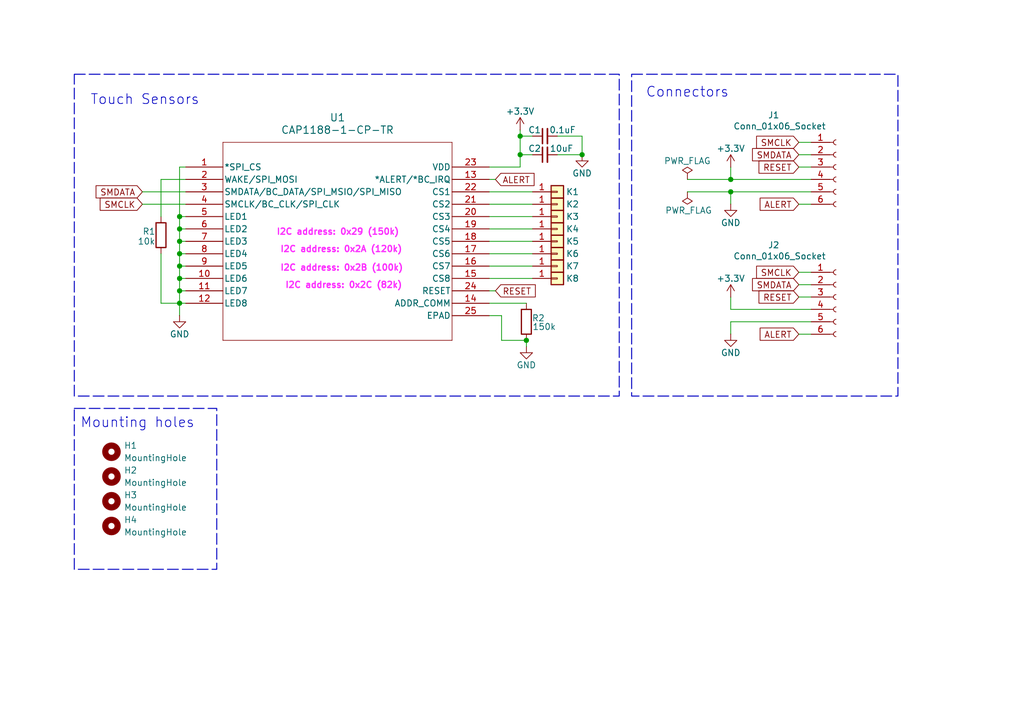
<source format=kicad_sch>
(kicad_sch (version 20231120) (generator "eeschema") (generator_version "8.0")
  (paper "A5")
  (lib_symbols
    (symbol "CAP1188_1_CP_TR:CAP1188-1-CP-TR" (pin_names (offset 0.254))
      (property "Reference" "U" (at 30.734 10.16 0))
      (property "Value" "CAP1188-1-CP-TR" (at 30.734 7.62 0))
      (symbol "CAP1188-1-CP-TR_0_1"
        (polyline (pts (xy 7.62 -35.56) (xy 54.61 -35.56)) (stroke (width 0.127)))
        (polyline (pts (xy 7.62 5.08) (xy 7.62 -35.56)) (stroke (width 0.127)))
        (polyline (pts (xy 54.61 -35.56) (xy 54.61 5.08)) (stroke (width 0.127)))
        (polyline (pts (xy 54.61 5.08) (xy 7.62 5.08)) (stroke (width 0.127)))
        (pin input line (at 0 0 0) (length 7.62) (name "*SPI_CS") (number "1"))
        (pin passive line (at 0 -22.86 0) (length 7.62) (name "LED6") (number "10"))
        (pin passive line (at 0 -25.4 0) (length 7.62) (name "LED7") (number "11"))
        (pin passive line (at 0 -27.94 0) (length 7.62) (name "LED8") (number "12"))
        (pin passive line (at 62.23 -2.54 180) (length 7.62) (name "*ALERT/*BC_IRQ") (number "13"))
        (pin input line (at 62.23 -27.94 180) (length 7.62) (name "ADDR_COMM") (number "14"))
        (pin bidirectional line (at 62.23 -22.86 180) (length 7.62) (name "CS8") (number "15"))
        (pin bidirectional line (at 62.23 -20.32 180) (length 7.62) (name "CS7") (number "16"))
        (pin bidirectional line (at 62.23 -17.78 180) (length 7.62) (name "CS6") (number "17"))
        (pin bidirectional line (at 62.23 -15.24 180) (length 7.62) (name "CS5") (number "18"))
        (pin bidirectional line (at 62.23 -12.7 180) (length 7.62) (name "CS4") (number "19"))
        (pin bidirectional line (at 0 -2.54 0) (length 7.62) (name "WAKE/SPI_MOSI") (number "2"))
        (pin bidirectional line (at 62.23 -10.16 180) (length 7.62) (name "CS3") (number "20"))
        (pin bidirectional line (at 62.23 -7.62 180) (length 7.62) (name "CS2") (number "21"))
        (pin bidirectional line (at 62.23 -5.08 180) (length 7.62) (name "CS1") (number "22"))
        (pin power_in line (at 62.23 0 180) (length 7.62) (name "VDD") (number "23"))
        (pin input line (at 62.23 -25.4 180) (length 7.62) (name "RESET") (number "24"))
        (pin passive line (at 62.23 -30.48 180) (length 7.62) (name "EPAD") (number "25"))
        (pin bidirectional line (at 0 -5.08 0) (length 7.62) (name "SMDATA/BC_DATA/SPI_MSIO/SPI_MISO") (number "3"))
        (pin input line (at 0 -7.62 0) (length 7.62) (name "SMCLK/BC_CLK/SPI_CLK") (number "4"))
        (pin passive line (at 0 -10.16 0) (length 7.62) (name "LED1") (number "5"))
        (pin passive line (at 0 -12.7 0) (length 7.62) (name "LED2") (number "6"))
        (pin passive line (at 0 -15.24 0) (length 7.62) (name "LED3") (number "7"))
        (pin passive line (at 0 -17.78 0) (length 7.62) (name "LED4") (number "8"))
        (pin passive line (at 0 -20.32 0) (length 7.62) (name "LED5") (number "9"))
      )
    )
    (symbol "Connector:Conn_01x06_Socket" (pin_names (offset 1.016) hide)
      (property "Reference" "J" (at 0 7.62 0))
      (property "Value" "Conn_01x06_Socket" (at 0 -10.16 0))
      (symbol "Conn_01x06_Socket_1_1"
        (arc (start 0 -7.112) (mid -0.5058 -7.62) (end 0 -8.128) (stroke (width 0.1524)))
        (arc (start 0 -4.572) (mid -0.5058 -5.08) (end 0 -5.588) (stroke (width 0.1524)))
        (arc (start 0 -2.032) (mid -0.5058 -2.54) (end 0 -3.048) (stroke (width 0.1524)))
        (polyline (pts (xy -1.27 -7.62) (xy -0.508 -7.62)) (stroke (width 0.1524)))
        (polyline (pts (xy -1.27 -5.08) (xy -0.508 -5.08)) (stroke (width 0.1524)))
        (polyline (pts (xy -1.27 -2.54) (xy -0.508 -2.54)) (stroke (width 0.1524)))
        (polyline (pts (xy -1.27 0) (xy -0.508 0)) (stroke (width 0.1524)))
        (polyline (pts (xy -1.27 2.54) (xy -0.508 2.54)) (stroke (width 0.1524)))
        (polyline (pts (xy -1.27 5.08) (xy -0.508 5.08)) (stroke (width 0.1524)))
        (arc (start 0 0.508) (mid -0.5058 0) (end 0 -0.508) (stroke (width 0.1524)))
        (arc (start 0 3.048) (mid -0.5058 2.54) (end 0 2.032) (stroke (width 0.1524)))
        (arc (start 0 5.588) (mid -0.5058 5.08) (end 0 4.572) (stroke (width 0.1524)))
        (pin passive line (at -5.08 5.08 0) (length 3.81) (name "Pin_1") (number "1"))
        (pin passive line (at -5.08 2.54 0) (length 3.81) (name "Pin_2") (number "2"))
        (pin passive line (at -5.08 0 0) (length 3.81) (name "Pin_3") (number "3"))
        (pin passive line (at -5.08 -2.54 0) (length 3.81) (name "Pin_4") (number "4"))
        (pin passive line (at -5.08 -5.08 0) (length 3.81) (name "Pin_5") (number "5"))
        (pin passive line (at -5.08 -7.62 0) (length 3.81) (name "Pin_6") (number "6"))
      )
    )
    (symbol "Connector_Generic:Conn_01x01" (pin_names (offset 1.016) hide)
      (property "Reference" "J" (at 0 2.54 0))
      (property "Value" "Conn_01x01" (at 0 -2.54 0))
      (symbol "Conn_01x01_1_1"
        (rectangle (start -1.27 0.127) (end 0 -0.127) (stroke (width 0.1524)))
        (rectangle (start -1.27 1.27) (end 1.27 -1.27) (stroke (width 0.254)) (fill (type background)))
        (pin passive line (at -5.08 0 0) (length 3.81) (name "Pin_1") (number "1"))
      )
    )
    (symbol "Device:C_Small" (pin_numbers hide) (pin_names (offset 0.254) hide)
      (property "Reference" "C" (at 0.254 1.778 0))
      (property "Value" "C_Small" (at 0.254 -2.032 0))
      (symbol "C_Small_0_1"
        (polyline (pts (xy -1.524 -0.508) (xy 1.524 -0.508)) (stroke (width 0.3302)))
        (polyline (pts (xy -1.524 0.508) (xy 1.524 0.508)) (stroke (width 0.3048)))
      )
      (symbol "C_Small_1_1"
        (pin passive line (at 0 2.54 270) (length 2.032) (name "~") (number "1"))
        (pin passive line (at 0 -2.54 90) (length 2.032) (name "~") (number "2"))
      )
    )
    (symbol "Device:R" (pin_numbers hide) (pin_names (offset 0))
      (property "Reference" "R" (at 2.032 0 90))
      (property "Value" "R" (at 0 0 90))
      (symbol "R_0_1"
        (rectangle (start -1.016 -2.54) (end 1.016 2.54) (stroke (width 0.254)))
      )
      (symbol "R_1_1"
        (pin passive line (at 0 3.81 270) (length 1.27) (name "~") (number "1"))
        (pin passive line (at 0 -3.81 90) (length 1.27) (name "~") (number "2"))
      )
    )
    (symbol "Mechanical:MountingHole" (pin_names (offset 1.016)) (exclude_from_sim yes) (in_bom no)
      (property "Reference" "H" (at 0 5.08 0))
      (property "Value" "MountingHole" (at 0 3.175 0))
      (symbol "MountingHole_0_1"
        (circle (center 0 0) (radius 1.27) (stroke (width 1.27)))
      )
    )
    (symbol "power:+3.3V" (power) (pin_numbers hide) (pin_names (offset 0) hide)
      (property "Value" "+3.3V" (at 0 3.556 0))
      (symbol "+3.3V_0_1"
        (polyline (pts (xy -0.762 1.27) (xy 0 2.54)))
        (polyline (pts (xy 0 0) (xy 0 2.54)))
        (polyline (pts (xy 0 2.54) (xy 0.762 1.27)))
      )
      (symbol "+3.3V_1_1"
        (pin power_in line (at 0 0 90) (length 0) (name "~") (number "1"))
      )
    )
    (symbol "power:GND" (power) (pin_numbers hide) (pin_names (offset 0) hide)
      (property "Value" "GND" (at 0 -3.81 0))
      (symbol "GND_0_1"
        (polyline (pts (xy 0 0) (xy 0 -1.27) (xy 1.27 -1.27) (xy 0 -2.54) (xy -1.27 -1.27) (xy 0 -1.27)))
      )
      (symbol "GND_1_1"
        (pin power_in line (at 0 0 270) (length 0) (name "~") (number "1"))
      )
    )
    (symbol "power:PWR_FLAG" (power) (pin_numbers hide) (pin_names (offset 0) hide)
      (property "Value" "PWR_FLAG" (at 0 3.81 0))
      (symbol "PWR_FLAG_0_0"
        (pin power_out line (at 0 0 90) (length 0) (name "~") (number "1"))
      )
      (symbol "PWR_FLAG_0_1"
        (polyline (pts (xy 0 0) (xy 0 1.27) (xy -1.016 1.905) (xy 0 2.54) (xy 1.016 1.905) (xy 0 1.27)))
      )
    )
  )
  (junction (at 36.83 44.45))
  (junction (at 106.68 31.75))
  (junction (at 149.86 39.37))
  (junction (at 36.83 57.15))
  (junction (at 107.95 69.85))
  (junction (at 36.83 49.53))
  (junction (at 36.83 46.99))
  (junction (at 119.38 31.75))
  (junction (at 36.83 54.61))
  (junction (at 36.83 59.69))
  (junction (at 149.86 36.83))
  (junction (at 36.83 52.07))
  (junction (at 36.83 62.23))
  (junction (at 106.68 27.94))
  (wire (pts (xy 100.33 46.99) (xy 109.22 46.99)))
  (wire (pts (xy 36.83 49.53) (xy 36.83 46.99)))
  (wire (pts (xy 36.83 46.99) (xy 38.1 46.99)))
  (wire (pts (xy 106.68 31.75) (xy 106.68 34.29)))
  (wire (pts (xy 106.68 27.94) (xy 106.68 31.75)))
  (wire (pts (xy 33.02 36.83) (xy 33.02 44.45)))
  (wire (pts (xy 100.33 49.53) (xy 109.22 49.53)))
  (wire (pts (xy 100.33 64.77) (xy 102.87 64.77)))
  (wire (pts (xy 149.86 36.83) (xy 166.37 36.83)))
  (wire (pts (xy 36.83 49.53) (xy 38.1 49.53)))
  (wire (pts (xy 106.68 31.75) (xy 109.22 31.75)))
  (wire (pts (xy 36.83 57.15) (xy 36.83 54.61)))
  (wire (pts (xy 149.86 41.91) (xy 149.86 39.37)))
  (wire (pts (xy 36.83 34.29) (xy 38.1 34.29)))
  (wire (pts (xy 106.68 26.67) (xy 106.68 27.94)))
  (wire (pts (xy 149.86 66.04) (xy 166.37 66.04)))
  (wire (pts (xy 36.83 62.23) (xy 38.1 62.23)))
  (wire (pts (xy 101.6 36.83) (xy 100.33 36.83)))
  (wire (pts (xy 149.86 34.29) (xy 149.86 36.83)))
  (wire (pts (xy 149.86 63.5) (xy 166.37 63.5)))
  (wire (pts (xy 114.3 31.75) (xy 119.38 31.75)))
  (wire (pts (xy 163.83 58.42) (xy 166.37 58.42)))
  (wire (pts (xy 29.21 39.37) (xy 38.1 39.37)))
  (wire (pts (xy 163.83 55.88) (xy 166.37 55.88)))
  (wire (pts (xy 149.86 39.37) (xy 166.37 39.37)))
  (wire (pts (xy 163.83 60.96) (xy 166.37 60.96)))
  (wire (pts (xy 107.95 71.12) (xy 107.95 69.85)))
  (wire (pts (xy 163.83 29.21) (xy 166.37 29.21)))
  (wire (pts (xy 33.02 52.07) (xy 33.02 62.23)))
  (wire (pts (xy 36.83 34.29) (xy 36.83 44.45)))
  (wire (pts (xy 102.87 69.85) (xy 107.95 69.85)))
  (wire (pts (xy 163.83 41.91) (xy 166.37 41.91)))
  (wire (pts (xy 36.83 57.15) (xy 38.1 57.15)))
  (wire (pts (xy 114.3 27.94) (xy 119.38 27.94)))
  (wire (pts (xy 106.68 27.94) (xy 109.22 27.94)))
  (wire (pts (xy 36.83 54.61) (xy 36.83 52.07)))
  (wire (pts (xy 36.83 59.69) (xy 36.83 57.15)))
  (wire (pts (xy 100.33 54.61) (xy 109.22 54.61)))
  (wire (pts (xy 100.33 44.45) (xy 109.22 44.45)))
  (wire (pts (xy 149.86 68.58) (xy 149.86 66.04)))
  (wire (pts (xy 100.33 62.23) (xy 107.95 62.23)))
  (wire (pts (xy 36.83 52.07) (xy 38.1 52.07)))
  (wire (pts (xy 149.86 60.96) (xy 149.86 63.5)))
  (wire (pts (xy 100.33 41.91) (xy 109.22 41.91)))
  (wire (pts (xy 163.83 31.75) (xy 166.37 31.75)))
  (wire (pts (xy 33.02 62.23) (xy 36.83 62.23)))
  (wire (pts (xy 36.83 46.99) (xy 36.83 44.45)))
  (wire (pts (xy 163.83 68.58) (xy 166.37 68.58)))
  (wire (pts (xy 100.33 39.37) (xy 109.22 39.37)))
  (wire (pts (xy 36.83 62.23) (xy 36.83 59.69)))
  (wire (pts (xy 33.02 36.83) (xy 38.1 36.83)))
  (wire (pts (xy 140.97 36.83) (xy 149.86 36.83)))
  (wire (pts (xy 36.83 52.07) (xy 36.83 49.53)))
  (wire (pts (xy 36.83 59.69) (xy 38.1 59.69)))
  (wire (pts (xy 163.83 34.29) (xy 166.37 34.29)))
  (wire (pts (xy 100.33 52.07) (xy 109.22 52.07)))
  (wire (pts (xy 36.83 64.77) (xy 36.83 62.23)))
  (wire (pts (xy 36.83 44.45) (xy 38.1 44.45)))
  (wire (pts (xy 140.97 39.37) (xy 149.86 39.37)))
  (wire (pts (xy 102.87 64.77) (xy 102.87 69.85)))
  (wire (pts (xy 119.38 27.94) (xy 119.38 31.75)))
  (wire (pts (xy 100.33 34.29) (xy 106.68 34.29)))
  (wire (pts (xy 36.83 54.61) (xy 38.1 54.61)))
  (wire (pts (xy 29.21 41.91) (xy 38.1 41.91)))
  (wire (pts (xy 100.33 57.15) (xy 109.22 57.15)))
  (wire (pts (xy 101.6 59.69) (xy 100.33 59.69)))
  (rectangle (start 129.54 15.24) (end 184.15 81.28) (stroke (width 0.2032) (type dash)))
  (rectangle (start 15.24 15.24) (end 127 81.28) (stroke (width 0.2032) (type dash)))
  (rectangle (start 15.24 83.82) (end 44.45 116.84) (stroke (width 0.2032) (type dash)))
  (text "I2C address: 0x2B (100k)" (at 57.404 55.118 0) (effects (font (size 1.27 1.27) (thickness 0.254) (bold yes)) (justify left)))
  (text "I2C address: 0x29 (150k)" (at 56.642 47.752 0) (effects (font (size 1.27 1.27) (thickness 0.254) (bold yes)) (justify left)))
  (text "Mounting holes" (at 28.194 86.868 0) (effects (font (size 2.032 2.032))))
  (text "Touch Sensors" (at 29.718 20.574 0) (effects (font (size 2.032 2.032))))
  (text "Connectors" (at 140.97 19.05 0) (effects (font (size 2.032 2.032))))
  (text "I2C address: 0x2C (82k)" (at 58.42 58.674 0) (effects (font (size 1.27 1.27) (thickness 0.254) (bold yes)) (justify left)))
  (text "I2C address: 0x2A (120k)" (at 57.404 51.308 0) (effects (font (size 1.27 1.27) (thickness 0.254) (bold yes)) (justify left)))
  (global_label "RESET" (shape input) (at 101.6 59.69 0) (property "Intersheetrefs" "${INTERSHEET_REFS}" (effects (hide yes))))
  (global_label "RESET" (shape input) (at 163.83 60.96 180) (property "Intersheetrefs" "${INTERSHEET_REFS}" (effects (hide yes))))
  (global_label "SMDATA" (shape input) (at 29.21 39.37 180) (property "Intersheetrefs" "${INTERSHEET_REFS}" (effects (hide yes))))
  (global_label "SMDATA" (shape input) (at 163.83 31.75 180) (property "Intersheetrefs" "${INTERSHEET_REFS}" (effects (hide yes))))
  (global_label "RESET" (shape input) (at 163.83 34.29 180) (property "Intersheetrefs" "${INTERSHEET_REFS}" (effects (hide yes))))
  (global_label "ALERT" (shape input) (at 163.83 41.91 180) (property "Intersheetrefs" "${INTERSHEET_REFS}" (effects (hide yes))))
  (global_label "SMDATA" (shape input) (at 163.83 58.42 180) (property "Intersheetrefs" "${INTERSHEET_REFS}" (effects (hide yes))))
  (global_label "SMCLK" (shape input) (at 163.83 29.21 180) (property "Intersheetrefs" "${INTERSHEET_REFS}" (effects (hide yes))))
  (global_label "SMCLK" (shape input) (at 29.21 41.91 180) (property "Intersheetrefs" "${INTERSHEET_REFS}" (effects (hide yes))))
  (global_label "SMCLK" (shape input) (at 163.83 55.88 180) (property "Intersheetrefs" "${INTERSHEET_REFS}" (effects (hide yes))))
  (global_label "ALERT" (shape input) (at 163.83 68.58 180) (property "Intersheetrefs" "${INTERSHEET_REFS}" (effects (hide yes))))
  (global_label "ALERT" (shape input) (at 101.6 36.83 0) (property "Intersheetrefs" "${INTERSHEET_REFS}" (effects (hide yes))))
  (symbol (lib_id "power:+3.3V") (at 106.68 26.67 0) (unit 1)
    (property "Reference" "#PWR02" (effects (hide yes)))
    (property "Value" "+3.3V" (at 106.68 22.86 0))
    (property "Description" "Power symbol creates a global label with name \"+3.3V\"" (effects (hide yes)))
  )
  (symbol (lib_id "Connector_Generic:Conn_01x01") (at 114.3 49.53 0) (unit 1)
    (property "Reference" "K5" (at 116.078 49.53 0) (effects (justify left)))
    (property "Value" "Conn_01x01" (effects (hide yes)))
    (property "Footprint" "TouchKey:TouchKey_Standard" (effects (hide yes)))
    (property "Description" "Generic connector, single row, 01x01, script generated (kicad-library-utils/schlib/autogen/connector/)" (effects (hide yes)))
  )
  (symbol (lib_id "power:GND") (at 149.86 68.58 0) (unit 1)
    (property "Reference" "#PWR08" (effects (hide yes)))
    (property "Value" "GND" (at 149.86 72.39 0))
    (property "Description" "Power symbol creates a global label with name \"GND\" , ground" (effects (hide yes)))
  )
  (symbol (lib_id "Connector:Conn_01x06_Socket") (at 171.45 34.29 0) (unit 1)
    (property "Reference" "J1" (at 157.48 23.622 0) (effects (justify left)))
    (property "Value" "Conn_01x06_Socket" (at 150.368 25.908 0) (effects (justify left)))
    (property "Footprint" "Connector_JST:JST_XH_B6B-XH-A_1x06_P2.50mm_Vertical" (effects (hide yes)))
    (property "Description" "Generic connector, single row, 01x06, script generated" (effects (hide yes)))
  )
  (symbol (lib_id "power:PWR_FLAG") (at 140.97 36.83 0) (unit 1)
    (property "Reference" "#FLG01" (effects (hide yes)))
    (property "Value" "PWR_FLAG" (at 140.97 33.02 0))
    (property "Description" "Special symbol for telling ERC where power comes from" (effects (hide yes)))
  )
  (symbol (lib_id "power:PWR_FLAG") (at 140.97 39.37 180) (unit 1)
    (property "Reference" "#FLG02" (effects (hide yes)))
    (property "Value" "PWR_FLAG" (at 141.224 43.18 0))
    (property "Description" "Special symbol for telling ERC where power comes from" (effects (hide yes)))
  )
  (symbol (lib_id "power:GND") (at 149.86 41.91 0) (unit 1)
    (property "Reference" "#PWR06" (effects (hide yes)))
    (property "Value" "GND" (at 149.86 45.72 0))
    (property "Description" "Power symbol creates a global label with name \"GND\" , ground" (effects (hide yes)))
  )
  (symbol (lib_id "Mechanical:MountingHole") (at 22.86 92.71 0) (unit 1) (exclude_from_sim yes) (in_bom no)
    (property "Reference" "H1" (at 25.4 91.4399 0) (effects (justify left)))
    (property "Value" "MountingHole" (at 25.4 93.9799 0) (effects (justify left)))
    (property "Footprint" "MountingHole:MountingHole_3.2mm_M3" (effects (hide yes)))
    (property "Description" "Mounting Hole without connection" (effects (hide yes)))
  )
  (symbol (lib_id "power:+3.3V") (at 149.86 60.96 0) (unit 1)
    (property "Reference" "#PWR07" (effects (hide yes)))
    (property "Value" "+3.3V" (at 149.86 57.15 0))
    (property "Description" "Power symbol creates a global label with name \"+3.3V\"" (effects (hide yes)))
  )
  (symbol (lib_id "Mechanical:MountingHole") (at 22.86 97.79 0) (unit 1) (exclude_from_sim yes) (in_bom no)
    (property "Reference" "H2" (at 25.4 96.5199 0) (effects (justify left)))
    (property "Value" "MountingHole" (at 25.4 99.0599 0) (effects (justify left)))
    (property "Footprint" "MountingHole:MountingHole_3.2mm_M3" (effects (hide yes)))
    (property "Description" "Mounting Hole without connection" (effects (hide yes)))
  )
  (symbol (lib_id "Mechanical:MountingHole") (at 22.86 107.95 0) (unit 1) (exclude_from_sim yes) (in_bom no)
    (property "Reference" "H4" (at 25.4 106.6799 0) (effects (justify left)))
    (property "Value" "MountingHole" (at 25.4 109.2199 0) (effects (justify left)))
    (property "Footprint" "MountingHole:MountingHole_3.2mm_M3" (effects (hide yes)))
    (property "Description" "Mounting Hole without connection" (effects (hide yes)))
  )
  (symbol (lib_id "Mechanical:MountingHole") (at 22.86 102.87 0) (unit 1) (exclude_from_sim yes) (in_bom no)
    (property "Reference" "H3" (at 25.4 101.5999 0) (effects (justify left)))
    (property "Value" "MountingHole" (at 25.4 104.1399 0) (effects (justify left)))
    (property "Footprint" "MountingHole:MountingHole_3.2mm_M3" (effects (hide yes)))
    (property "Description" "Mounting Hole without connection" (effects (hide yes)))
  )
  (symbol (lib_id "Connector_Generic:Conn_01x01") (at 114.3 41.91 0) (unit 1)
    (property "Reference" "K2" (at 116.078 41.91 0) (effects (justify left)))
    (property "Value" "Conn_01x01" (effects (hide yes)))
    (property "Footprint" "TouchKey:TouchKey_Standard" (effects (hide yes)))
    (property "Description" "Generic connector, single row, 01x01, script generated (kicad-library-utils/schlib/autogen/connector/)" (effects (hide yes)))
  )
  (symbol (lib_id "Connector_Generic:Conn_01x01") (at 114.3 52.07 0) (unit 1)
    (property "Reference" "K6" (at 116.078 52.07 0) (effects (justify left)))
    (property "Value" "Conn_01x01" (effects (hide yes)))
    (property "Footprint" "TouchKey:TouchKey_Standard" (effects (hide yes)))
    (property "Description" "Generic connector, single row, 01x01, script generated (kicad-library-utils/schlib/autogen/connector/)" (effects (hide yes)))
  )
  (symbol (lib_id "Connector_Generic:Conn_01x01") (at 114.3 39.37 0) (unit 1)
    (property "Reference" "K1" (at 116.078 39.37 0) (effects (justify left)))
    (property "Value" "Conn_01x01" (effects (hide yes)))
    (property "Footprint" "TouchKey:TouchKey_Standard" (effects (hide yes)))
    (property "Description" "Generic connector, single row, 01x01, script generated (kicad-library-utils/schlib/autogen/connector/)" (effects (hide yes)))
  )
  (symbol (lib_id "Connector:Conn_01x06_Socket") (at 171.45 60.96 0) (unit 1)
    (property "Reference" "J2" (at 157.48 50.292 0) (effects (justify left)))
    (property "Value" "Conn_01x06_Socket" (at 150.368 52.578 0) (effects (justify left)))
    (property "Footprint" "Connector_JST:JST_XH_B6B-XH-A_1x06_P2.50mm_Vertical" (effects (hide yes)))
    (property "Description" "Generic connector, single row, 01x06, script generated" (effects (hide yes)))
  )
  (symbol (lib_id "Device:C_Small") (at 111.76 31.75 90) (unit 1)
    (property "Reference" "C2" (at 110.998 30.48 90) (effects (justify left)))
    (property "Value" "10uF" (at 117.602 30.48 90) (effects (justify left)))
    (property "Footprint" "Capacitor_SMD:C_0805_2012Metric_Pad1.18x1.45mm_HandSolder" (effects (hide yes)))
    (property "Description" "Unpolarized capacitor, small symbol" (effects (hide yes)))
  )
  (symbol (lib_id "power:GND") (at 107.95 71.12 0) (unit 1)
    (property "Reference" "#PWR03" (effects (hide yes)))
    (property "Value" "GND" (at 107.95 74.93 0))
    (property "Description" "Power symbol creates a global label with name \"GND\" , ground" (effects (hide yes)))
  )
  (symbol (lib_id "power:+3.3V") (at 149.86 34.29 0) (unit 1)
    (property "Reference" "#PWR05" (effects (hide yes)))
    (property "Value" "+3.3V" (at 149.86 30.48 0))
    (property "Description" "Power symbol creates a global label with name \"+3.3V\"" (effects (hide yes)))
  )
  (symbol (lib_id "CAP1188_1_CP_TR:CAP1188-1-CP-TR") (at 38.1 34.29 0) (unit 1)
    (property "Reference" "U1" (at 69.215 24.13 0) (effects (font (size 1.524 1.524))))
    (property "Value" "CAP1188-1-CP-TR" (at 69.215 26.67 0) (effects (font (size 1.524 1.524))))
    (property "Footprint" "CAP1188_1_CP_TR:QFN24_4X4MC_MCH" (effects (hide yes)))
    (property "Datasheet" "CAP1188-1-CP-TR" (effects (hide yes)))
  )
  (symbol (lib_id "Connector_Generic:Conn_01x01") (at 114.3 46.99 0) (unit 1)
    (property "Reference" "K4" (at 116.078 46.99 0) (effects (justify left)))
    (property "Value" "Conn_01x01" (effects (hide yes)))
    (property "Footprint" "TouchKey:TouchKey_Standard" (effects (hide yes)))
    (property "Description" "Generic connector, single row, 01x01, script generated (kicad-library-utils/schlib/autogen/connector/)" (effects (hide yes)))
  )
  (symbol (lib_id "Device:R") (at 107.95 66.04 0) (unit 1)
    (property "Reference" "R2" (at 111.76 65.278 0) (effects (justify right)))
    (property "Value" "150k" (at 114.046 67.056 0) (effects (justify right)))
    (property "Footprint" "Resistor_SMD:R_0805_2012Metric_Pad1.20x1.40mm_HandSolder" (effects (hide yes)))
    (property "Description" "Resistor" (effects (hide yes)))
  )
  (symbol (lib_id "power:GND") (at 36.83 64.77 0) (unit 1)
    (property "Reference" "#PWR01" (effects (hide yes)))
    (property "Value" "GND" (at 36.83 68.58 0))
    (property "Description" "Power symbol creates a global label with name \"GND\" , ground" (effects (hide yes)))
  )
  (symbol (lib_id "power:GND") (at 119.38 31.75 0) (mirror y) (unit 1)
    (property "Reference" "#PWR04" (effects (hide yes)))
    (property "Value" "GND" (at 119.38 35.56 0))
    (property "Description" "Power symbol creates a global label with name \"GND\" , ground" (effects (hide yes)))
  )
  (symbol (lib_id "Device:C_Small") (at 111.76 27.94 90) (unit 1)
    (property "Reference" "C1" (at 110.998 26.67 90) (effects (justify left)))
    (property "Value" "0.1uF" (at 118.11 26.67 90) (effects (justify left)))
    (property "Footprint" "Capacitor_SMD:C_0805_2012Metric_Pad1.18x1.45mm_HandSolder" (effects (hide yes)))
    (property "Description" "Unpolarized capacitor, small symbol" (effects (hide yes)))
  )
  (symbol (lib_id "Device:R") (at 33.02 48.26 180) (unit 1)
    (property "Reference" "R1" (at 29.21 47.498 0) (effects (justify right)))
    (property "Value" "10k" (at 28.194 49.53 0) (effects (justify right)))
    (property "Footprint" "Resistor_SMD:R_0805_2012Metric_Pad1.20x1.40mm_HandSolder" (effects (hide yes)))
    (property "Description" "Resistor" (effects (hide yes)))
  )
  (symbol (lib_id "Connector_Generic:Conn_01x01") (at 114.3 44.45 0) (unit 1)
    (property "Reference" "K3" (at 116.078 44.45 0) (effects (justify left)))
    (property "Value" "Conn_01x01" (effects (hide yes)))
    (property "Footprint" "TouchKey:TouchKey_Standard" (effects (hide yes)))
    (property "Description" "Generic connector, single row, 01x01, script generated (kicad-library-utils/schlib/autogen/connector/)" (effects (hide yes)))
  )
  (symbol (lib_id "Connector_Generic:Conn_01x01") (at 114.3 57.15 0) (unit 1)
    (property "Reference" "K8" (at 116.078 57.15 0) (effects (justify left)))
    (property "Value" "Conn_01x01" (effects (hide yes)))
    (property "Footprint" "TouchKey:TouchKey_Standard" (effects (hide yes)))
    (property "Description" "Generic connector, single row, 01x01, script generated (kicad-library-utils/schlib/autogen/connector/)" (effects (hide yes)))
  )
  (symbol (lib_id "Connector_Generic:Conn_01x01") (at 114.3 54.61 0) (unit 1)
    (property "Reference" "K7" (at 116.078 54.61 0) (effects (justify left)))
    (property "Value" "Conn_01x01" (effects (hide yes)))
    (property "Footprint" "TouchKey:TouchKey_Standard" (effects (hide yes)))
    (property "Description" "Generic connector, single row, 01x01, script generated (kicad-library-utils/schlib/autogen/connector/)" (effects (hide yes)))
  )
)
</source>
